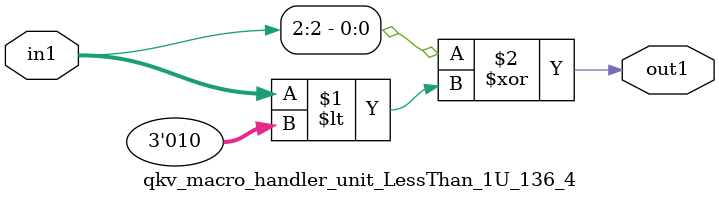
<source format=v>

`timescale 1ps / 1ps


module qkv_macro_handler_unit_LessThan_1U_136_4( in1, out1 );

    input [2:0] in1;
    output out1;

    
    // rtl_process:qkv_macro_handler_unit_LessThan_1U_136_4/qkv_macro_handler_unit_LessThan_1U_136_4_thread_1
    assign out1 = (in1[2] ^ in1 < 3'd2);

endmodule


</source>
